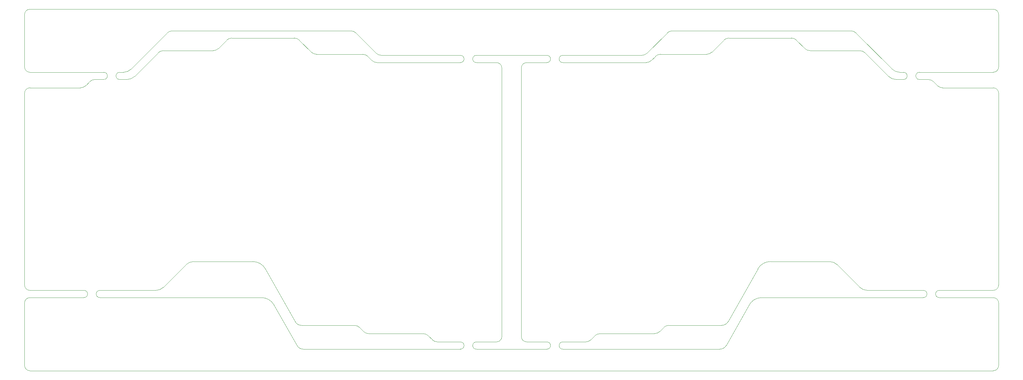
<source format=gbr>
%TF.GenerationSoftware,KiCad,Pcbnew,9.0.7*%
%TF.CreationDate,2026-02-08T19:38:27+03:00*%
%TF.ProjectId,mriya-pcb-1.1.3,6d726979-612d-4706-9362-2d312e312e33,1.1.3*%
%TF.SameCoordinates,Original*%
%TF.FileFunction,Profile,NP*%
%FSLAX46Y46*%
G04 Gerber Fmt 4.6, Leading zero omitted, Abs format (unit mm)*
G04 Created by KiCad (PCBNEW 9.0.7) date 2026-02-08 19:38:27*
%MOMM*%
%LPD*%
G01*
G04 APERTURE LIST*
%TA.AperFunction,Profile*%
%ADD10C,0.100000*%
%TD*%
G04 APERTURE END LIST*
D10*
X71378680Y-47021320D02*
G75*
G02*
X69257359Y-47899983I-2121380J2121520D01*
G01*
X294214213Y-49614213D02*
X293085786Y-48485786D01*
X161800000Y-120700000D02*
X155428427Y-120700000D01*
X42300000Y-45900000D02*
G75*
G02*
X40800000Y-44400000I0J1500000D01*
G01*
X309700000Y-108400000D02*
G75*
G02*
X311200000Y-109900000I0J-1500000D01*
G01*
X161800000Y-41200000D02*
G75*
G02*
X161800000Y-43200000I0J-1000000D01*
G01*
X58914214Y-48485786D02*
G75*
G02*
X60328427Y-47899978I1414286J-1414314D01*
G01*
X117085787Y-36985787D02*
X120414214Y-40314214D01*
X236328427Y-36400000D02*
X253671573Y-36400000D01*
X214785787Y-42614213D02*
X215914214Y-41485786D01*
X161800000Y-120700000D02*
G75*
G02*
X161800000Y-122700000I0J-1000000D01*
G01*
X290300000Y-106400000D02*
G75*
G02*
X290300000Y-108400000I0J-1000000D01*
G01*
X290300000Y-106400000D02*
X274742641Y-106400000D01*
X217328427Y-40900000D02*
X230171573Y-40900000D01*
X134914213Y-117814213D02*
X133785786Y-116685786D01*
X57300000Y-106400000D02*
X42300000Y-106400000D01*
X57785787Y-49614213D02*
G75*
G02*
X56371573Y-50200022I-1414287J1414313D01*
G01*
X121828427Y-40900000D02*
G75*
G02*
X120414200Y-40314228I-27J2000000D01*
G01*
X79378680Y-105521320D02*
G75*
G02*
X77257359Y-106399983I-2121380J2121520D01*
G01*
X309700000Y-108400000D02*
X294700000Y-108400000D01*
X151471573Y-118400000D02*
G75*
G02*
X152885800Y-118985772I27J-2000000D01*
G01*
X253671573Y-36400000D02*
G75*
G02*
X255085800Y-36985772I27J-2000000D01*
G01*
X121828427Y-40900000D02*
X134671573Y-40900000D01*
X68257359Y-45900000D02*
X67200000Y-45900000D01*
X115671573Y-36400000D02*
G75*
G02*
X117085801Y-36985773I27J-2000000D01*
G01*
X289200000Y-47900000D02*
X291671573Y-47900000D01*
X42300000Y-106400000D02*
G75*
G02*
X40800000Y-104900000I0J1500000D01*
G01*
X199114214Y-118985786D02*
G75*
G02*
X200528427Y-118399978I1414286J-1414314D01*
G01*
X61700000Y-108400000D02*
X106568610Y-108400000D01*
X215914214Y-41485786D02*
G75*
G02*
X217328427Y-40899978I1414286J-1414314D01*
G01*
X166200000Y-43200000D02*
G75*
G02*
X166200000Y-41200000I0J1000000D01*
G01*
X136328427Y-118400000D02*
G75*
G02*
X134914199Y-117814227I-27J2000000D01*
G01*
X311200000Y-29900000D02*
X311200000Y-44400000D01*
X264257359Y-98400000D02*
X247834358Y-98400000D01*
X132371573Y-116100000D02*
G75*
G02*
X133785800Y-116685772I27J-2000000D01*
G01*
X236074130Y-115083790D02*
G75*
G02*
X234332821Y-116100018I-1741330J983790D01*
G01*
X94585786Y-39314214D02*
G75*
G02*
X93171573Y-39900022I-1414286J1414314D01*
G01*
X311200000Y-51700000D02*
X311200000Y-104900000D01*
X71378680Y-47021320D02*
X77914214Y-40485786D01*
X219214213Y-34985787D02*
X213585786Y-40614214D01*
X40800000Y-29900000D02*
G75*
G02*
X42300000Y-28400000I1500000J0D01*
G01*
X200528427Y-118400000D02*
X215671573Y-118400000D01*
X57300000Y-106400000D02*
G75*
G02*
X57300000Y-108400000I0J-1000000D01*
G01*
X219628427Y-116100000D02*
X234332821Y-116100000D01*
X161800000Y-43200000D02*
X138628427Y-43200000D01*
X289200000Y-45900000D02*
X309700000Y-45900000D01*
X117667179Y-116100000D02*
G75*
G02*
X115925842Y-115083806I21J2000100D01*
G01*
X197985787Y-120114213D02*
X199114214Y-118985786D01*
X178700000Y-119200000D02*
X178700000Y-44700000D01*
X61700000Y-106400000D02*
X77257359Y-106400000D01*
X116425477Y-121685718D02*
X110049047Y-110428564D01*
X155428427Y-120700000D02*
G75*
G02*
X154014199Y-120114227I-27J2000000D01*
G01*
X87742641Y-98400000D02*
X104165642Y-98400000D01*
X294700000Y-108400000D02*
G75*
G02*
X294700000Y-106400000I0J1000000D01*
G01*
X42300000Y-128700000D02*
X309700000Y-128700000D01*
X295628427Y-50200000D02*
X309700000Y-50200000D01*
X234914214Y-36985786D02*
G75*
G02*
X236328427Y-36399978I1414286J-1414314D01*
G01*
X40800000Y-51700000D02*
X40800000Y-104900000D01*
X284800000Y-45900000D02*
G75*
G02*
X284800000Y-47900000I0J-1000000D01*
G01*
X284800000Y-45900000D02*
X283742641Y-45900000D01*
X77914214Y-40485786D02*
G75*
G02*
X79328427Y-39899978I1414286J-1414314D01*
G01*
X79328427Y-39900000D02*
X93171573Y-39900000D01*
X217085787Y-117814213D02*
G75*
G02*
X215671573Y-118400022I-1414287J1414313D01*
G01*
X115925870Y-115083790D02*
X107648260Y-100432419D01*
X217085787Y-117814213D02*
X218214214Y-116685786D01*
X154014213Y-120114213D02*
X152885786Y-118985786D01*
X96914213Y-36985787D02*
X94585786Y-39314214D01*
X236074130Y-115083790D02*
X244351740Y-100432419D01*
X190200000Y-122700000D02*
X233834305Y-122700000D01*
X231585787Y-40314213D02*
G75*
G02*
X230171573Y-40900022I-1414287J1414313D01*
G01*
X131371573Y-34400000D02*
G75*
G02*
X132785780Y-34985794I27J-1999900D01*
G01*
X282742641Y-47900000D02*
X284800000Y-47900000D01*
X166200000Y-122700000D02*
G75*
G02*
X166200000Y-120700000I0J1000000D01*
G01*
X282742641Y-47900000D02*
G75*
G02*
X280621300Y-47021340I-41J3000000D01*
G01*
X62800000Y-47900000D02*
X60328427Y-47900000D01*
X98328427Y-36400000D02*
X115671573Y-36400000D01*
X42300000Y-50200000D02*
X56371573Y-50200000D01*
X136328427Y-118400000D02*
X151471573Y-118400000D01*
X311200000Y-127200000D02*
G75*
G02*
X309700000Y-128700000I-1500000J0D01*
G01*
X161800000Y-122700000D02*
X118165695Y-122700000D01*
X241950953Y-110428564D02*
G75*
G02*
X245431390Y-108399991I3480447J-1971436D01*
G01*
X190200000Y-122700000D02*
G75*
G02*
X190200000Y-120700000I0J1000000D01*
G01*
X280621320Y-47021320D02*
X274085786Y-40485786D01*
X118165695Y-122700000D02*
G75*
G02*
X116425480Y-121685716I5J2000000D01*
G01*
X212171573Y-41200000D02*
X190200000Y-41200000D01*
X138628427Y-43200000D02*
G75*
G02*
X137214199Y-42614227I-27J2000000D01*
G01*
X309700000Y-28400000D02*
X42300000Y-28400000D01*
X171800000Y-43200000D02*
X166200000Y-43200000D01*
X67200000Y-47900000D02*
G75*
G02*
X67200000Y-45900000I0J1000000D01*
G01*
X69257359Y-47900000D02*
X67200000Y-47900000D01*
X218214214Y-116685786D02*
G75*
G02*
X219628427Y-116099978I1414286J-1414314D01*
G01*
X96914213Y-36985787D02*
G75*
G02*
X98328427Y-36399978I1414287J-1414313D01*
G01*
X62800000Y-45900000D02*
X42300000Y-45900000D01*
X134671573Y-40900000D02*
G75*
G02*
X136085800Y-41485772I27J-2000000D01*
G01*
X173300000Y-119200000D02*
G75*
G02*
X171800000Y-120700000I-1500000J0D01*
G01*
X311200000Y-104900000D02*
G75*
G02*
X309700000Y-106400000I-1500000J0D01*
G01*
X294700000Y-106400000D02*
X309700000Y-106400000D01*
X171800000Y-43200000D02*
G75*
G02*
X173300000Y-44700000I0J-1500000D01*
G01*
X85621321Y-99278679D02*
G75*
G02*
X87742641Y-98400017I2121379J-2121521D01*
G01*
X61700000Y-108400000D02*
G75*
G02*
X61700000Y-106400000I0J1000000D01*
G01*
X235574523Y-121685718D02*
X241950953Y-110428564D01*
X258828427Y-39900000D02*
G75*
G02*
X257414199Y-39314227I-27J2000000D01*
G01*
X270171573Y-34400000D02*
X220628427Y-34400000D01*
X231585787Y-40314213D02*
X234914214Y-36985786D01*
X244351740Y-100432419D02*
G75*
G02*
X247834358Y-98399999I3482560J-1967481D01*
G01*
X274742641Y-106400000D02*
G75*
G02*
X272621300Y-105521340I-41J3000000D01*
G01*
X132371573Y-116100000D02*
X117667179Y-116100000D01*
X272621320Y-105521320D02*
X266378679Y-99278679D01*
X137214213Y-42614213D02*
X136085786Y-41485786D01*
X190200000Y-43200000D02*
X213371573Y-43200000D01*
X62800000Y-45900000D02*
G75*
G02*
X62800000Y-47900000I0J-1000000D01*
G01*
X281621320Y-45021320D02*
X271585786Y-34985786D01*
X309700000Y-50200000D02*
G75*
G02*
X311200000Y-51700000I0J-1500000D01*
G01*
X185800000Y-41200000D02*
G75*
G02*
X185800000Y-43200000I0J-1000000D01*
G01*
X40800000Y-109900000D02*
G75*
G02*
X42300000Y-108400000I1500000J0D01*
G01*
X166200000Y-120700000D02*
X171800000Y-120700000D01*
X70378680Y-45021320D02*
G75*
G02*
X68257359Y-45899971I-2121280J2121320D01*
G01*
X70378680Y-45021320D02*
X80414214Y-34985786D01*
X264257359Y-98400000D02*
G75*
G02*
X266378699Y-99278659I41J-3000000D01*
G01*
X79378680Y-105521320D02*
X85621321Y-99278679D01*
X270171573Y-34400000D02*
G75*
G02*
X271585800Y-34985772I27J-2000000D01*
G01*
X272671573Y-39900000D02*
G75*
G02*
X274085800Y-40485772I27J-2000000D01*
G01*
X289200000Y-47900000D02*
G75*
G02*
X289200000Y-45900000I0J1000000D01*
G01*
X180200000Y-120700000D02*
G75*
G02*
X178700000Y-119200000I0J1500000D01*
G01*
X190200000Y-120700000D02*
X196571573Y-120700000D01*
X311200000Y-127200000D02*
X311200000Y-109900000D01*
X213585786Y-40614214D02*
G75*
G02*
X212171573Y-41200022I-1414286J1414314D01*
G01*
X139828427Y-41200000D02*
G75*
G02*
X138414221Y-40614207I-27J1999900D01*
G01*
X40800000Y-127200000D02*
X40800000Y-109900000D01*
X295628427Y-50200000D02*
G75*
G02*
X294214199Y-49614227I-27J2000000D01*
G01*
X185800000Y-120700000D02*
G75*
G02*
X185800000Y-122700000I0J-1000000D01*
G01*
X185800000Y-43200000D02*
X180200000Y-43200000D01*
X258828427Y-39900000D02*
X272671573Y-39900000D01*
X42300000Y-128700000D02*
G75*
G02*
X40800000Y-127200000I0J1500000D01*
G01*
X104165642Y-98400000D02*
G75*
G02*
X107648228Y-100432437I-42J-4000000D01*
G01*
X166200000Y-122700000D02*
X185800000Y-122700000D01*
X185800000Y-41200000D02*
X166200000Y-41200000D01*
X132785787Y-34985787D02*
X138414214Y-40614214D01*
X197985787Y-120114213D02*
G75*
G02*
X196571573Y-120700022I-1414287J1414313D01*
G01*
X235574523Y-121685718D02*
G75*
G02*
X233834305Y-122700004I-1740223J985718D01*
G01*
X257414213Y-39314213D02*
X255085786Y-36985786D01*
X80414214Y-34985786D02*
G75*
G02*
X81828427Y-34400019I1414186J-1414214D01*
G01*
X291671573Y-47900000D02*
G75*
G02*
X293085800Y-48485772I27J-2000000D01*
G01*
X57300000Y-108400000D02*
X42300000Y-108400000D01*
X190200000Y-43200000D02*
G75*
G02*
X190200000Y-41200000I0J1000000D01*
G01*
X283742641Y-45900000D02*
G75*
G02*
X281621341Y-45021299I-41J2999800D01*
G01*
X290300000Y-108400000D02*
X245431390Y-108400000D01*
X81828427Y-34400000D02*
X131371573Y-34400000D01*
X40800000Y-51700000D02*
G75*
G02*
X42300000Y-50200000I1500000J0D01*
G01*
X178700000Y-44700000D02*
G75*
G02*
X180200000Y-43200000I1500000J0D01*
G01*
X309700000Y-28400000D02*
G75*
G02*
X311200000Y-29900000I0J-1500000D01*
G01*
X311200000Y-44400000D02*
G75*
G02*
X309700000Y-45900000I-1500000J0D01*
G01*
X40800000Y-29900000D02*
X40800000Y-44400000D01*
X219214213Y-34985787D02*
G75*
G02*
X220628427Y-34400019I1414187J-1414213D01*
G01*
X214785787Y-42614213D02*
G75*
G02*
X213371573Y-43200022I-1414287J1414313D01*
G01*
X173300000Y-119200000D02*
X173300000Y-44700000D01*
X57785787Y-49614213D02*
X58914214Y-48485786D01*
X161800000Y-41200000D02*
X139828427Y-41200000D01*
X106568610Y-108400000D02*
G75*
G02*
X110049039Y-110428568I-10J-4000000D01*
G01*
X185800000Y-120700000D02*
X180200000Y-120700000D01*
M02*

</source>
